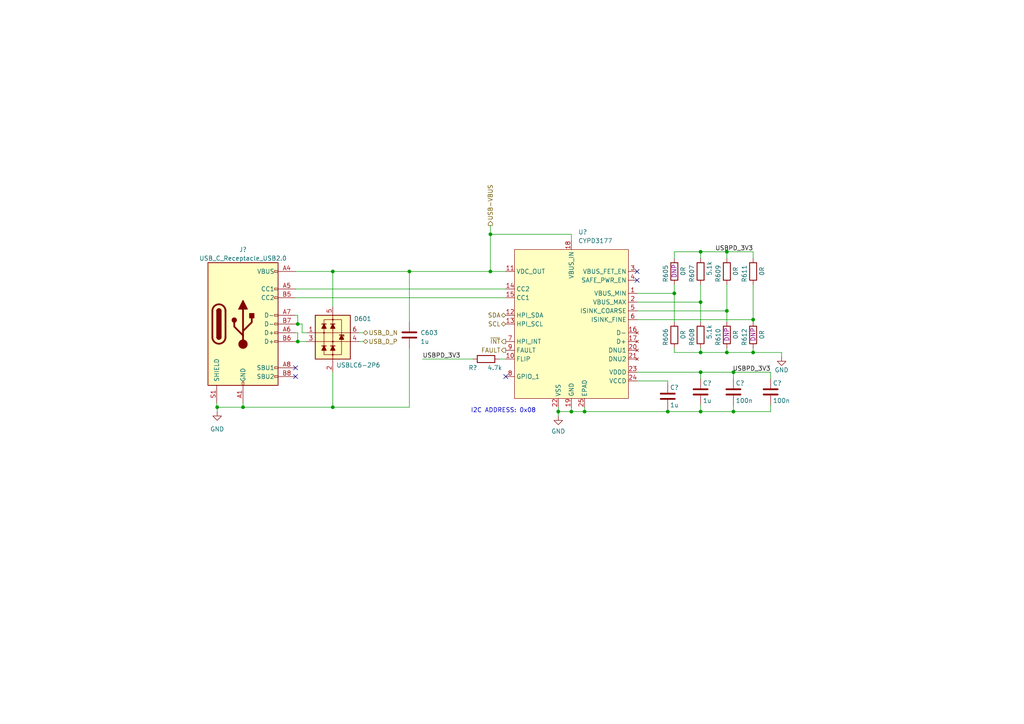
<source format=kicad_sch>
(kicad_sch (version 20230121) (generator eeschema)
  (paper "A4")
  (lib_symbols
    (symbol "Capstone:CYPD3177-24LQXQ"
      (property "Reference" "U" (at 26.67 29.21 0))
      (property "Value" "CYPD3177" (at 0 -7.62 0))
      (symbol "CYPD3177-24LQXQ_1_1"
        (rectangle (start 0 26.67) (end 33.02 -16.51) (fill (type background)))
        (pin input line (at 35.56 13.97 180) (length 2.54) (name "VBUS_MIN") (number "1"))
        (pin output line (at -2.54 -5.08 0) (length 2.54) (name "FLIP") (number "10"))
        (pin input line (at -2.54 20.32 0) (length 2.54) (name "VDC_OUT") (number "11"))
        (pin bidirectional line (at -2.54 7.62 0) (length 2.54) (name "HPI_SDA") (number "12"))
        (pin bidirectional line (at -2.54 5.08 0) (length 2.54) (name "HPI_SCL") (number "13"))
        (pin bidirectional line (at -2.54 15.24 0) (length 2.54) (name "CC2") (number "14"))
        (pin bidirectional line (at -2.54 12.7 0) (length 2.54) (name "CC1") (number "15"))
        (pin no_connect line (at 35.56 2.54 180) (length 2.54) (name "D-") (number "16"))
        (pin no_connect line (at 35.56 0 180) (length 2.54) (name "D+") (number "17"))
        (pin power_in line (at 16.51 29.21 270) (length 2.54) (name "VBUS_IN") (number "18"))
        (pin power_in line (at 16.51 -19.05 90) (length 2.54) (name "GND") (number "19"))
        (pin input line (at 35.56 11.43 180) (length 2.54) (name "VBUS_MAX") (number "2"))
        (pin no_connect line (at 35.56 -2.54 180) (length 2.54) (name "DNU1") (number "20"))
        (pin no_connect line (at 35.56 -5.08 180) (length 2.54) (name "DNU2") (number "21"))
        (pin power_in line (at 12.7 -19.05 90) (length 2.54) (name "VSS") (number "22"))
        (pin power_in line (at 35.56 -8.89 180) (length 2.54) (name "VDDD") (number "23"))
        (pin power_in line (at 35.56 -11.43 180) (length 2.54) (name "VCCD") (number "24"))
        (pin power_in line (at 20.32 -19.05 90) (length 2.54) (name "EPAD") (number "25"))
        (pin output line (at 35.56 20.32 180) (length 2.54) (name "VBUS_FET_EN") (number "3"))
        (pin output line (at 35.56 17.78 180) (length 2.54) (name "SAFE_PWR_EN") (number "4"))
        (pin input line (at 35.56 8.89 180) (length 2.54) (name "ISINK_COARSE") (number "5"))
        (pin input line (at 35.56 6.35 180) (length 2.54) (name "ISINK_FINE") (number "6"))
        (pin output line (at -2.54 0 0) (length 2.54) (name "HPI_INT") (number "7"))
        (pin input line (at -2.54 -10.16 0) (length 2.54) (name "GPIO_1") (number "8"))
        (pin output line (at -2.54 -2.54 0) (length 2.54) (name "FAULT") (number "9"))
      )
    )
    (symbol "Connector:USB_C_Receptacle_USB2.0" (pin_names (offset 1.016))
      (property "Reference" "J" (at -10.16 19.05 0))
      (property "Value" "USB_C_Receptacle_USB2.0" (at 19.05 19.05 0))
      (symbol "USB_C_Receptacle_USB2.0_0_0"
        (rectangle (start -0.254 -17.78) (end 0.254 -16.764))
        (rectangle (start 10.16 -14.986) (end 9.144 -15.494))
        (rectangle (start 10.16 -12.446) (end 9.144 -12.954))
        (rectangle (start 10.16 -4.826) (end 9.144 -5.334))
        (rectangle (start 10.16 -2.286) (end 9.144 -2.794))
        (rectangle (start 10.16 0.254) (end 9.144 -0.254))
        (rectangle (start 10.16 2.794) (end 9.144 2.286))
        (rectangle (start 10.16 7.874) (end 9.144 7.366))
        (rectangle (start 10.16 10.414) (end 9.144 9.906))
        (rectangle (start 10.16 15.494) (end 9.144 14.986))
      )
      (symbol "USB_C_Receptacle_USB2.0_0_1"
        (rectangle (start -10.16 17.78) (end 10.16 -17.78) (stroke (width 0.254)) (fill (type background)))
        (arc (start -8.89 -3.81) (mid -6.985 -5.7067) (end -5.08 -3.81) (stroke (width 0.508)))
        (arc (start -7.62 -3.81) (mid -6.985 -4.4423) (end -6.35 -3.81) (stroke (width 0.254)))
        (arc (start -7.62 -3.81) (mid -6.985 -4.4423) (end -6.35 -3.81) (stroke (width 0.254)) (fill (type outline)))
        (rectangle (start -7.62 -3.81) (end -6.35 3.81) (stroke (width 0.254)) (fill (type outline)))
        (arc (start -6.35 3.81) (mid -6.985 4.4423) (end -7.62 3.81) (stroke (width 0.254)))
        (arc (start -6.35 3.81) (mid -6.985 4.4423) (end -7.62 3.81) (stroke (width 0.254)) (fill (type outline)))
        (arc (start -5.08 3.81) (mid -6.985 5.7067) (end -8.89 3.81) (stroke (width 0.508)))
        (circle (center -2.54 1.143) (radius 0.635) (stroke (width 0.254)) (fill (type outline)))
        (circle (center 0 -5.842) (radius 1.27) (fill (type outline)))
        (polyline (pts (xy -8.89 -3.81) (xy -8.89 3.81)) (stroke (width 0.508)))
        (polyline (pts (xy -5.08 3.81) (xy -5.08 -3.81)) (stroke (width 0.508)))
        (polyline (pts (xy 0 -5.842) (xy 0 4.318)) (stroke (width 0.508)))
        (polyline (pts (xy 0 -3.302) (xy -2.54 -0.762) (xy -2.54 0.508)) (stroke (width 0.508)))
        (polyline (pts (xy 0 -2.032) (xy 2.54 0.508) (xy 2.54 1.778)) (stroke (width 0.508)))
        (polyline (pts (xy -1.27 4.318) (xy 0 6.858) (xy 1.27 4.318) (xy -1.27 4.318)) (stroke (width 0.254)) (fill (type outline)))
        (rectangle (start 1.905 1.778) (end 3.175 3.048) (stroke (width 0.254)) (fill (type outline)))
      )
      (symbol "USB_C_Receptacle_USB2.0_1_1"
        (pin passive line (at 0 -22.86 90) (length 5.08) (name "GND") (number "A1"))
        (pin passive line (at 0 -22.86 90) (length 5.08) hide (name "GND") (number "A12"))
        (pin passive line (at 15.24 15.24 180) (length 5.08) (name "VBUS") (number "A4"))
        (pin bidirectional line (at 15.24 10.16 180) (length 5.08) (name "CC1") (number "A5"))
        (pin bidirectional line (at 15.24 -2.54 180) (length 5.08) (name "D+") (number "A6"))
        (pin bidirectional line (at 15.24 2.54 180) (length 5.08) (name "D-") (number "A7"))
        (pin bidirectional line (at 15.24 -12.7 180) (length 5.08) (name "SBU1") (number "A8"))
        (pin passive line (at 15.24 15.24 180) (length 5.08) hide (name "VBUS") (number "A9"))
        (pin passive line (at 0 -22.86 90) (length 5.08) hide (name "GND") (number "B1"))
        (pin passive line (at 0 -22.86 90) (length 5.08) hide (name "GND") (number "B12"))
        (pin passive line (at 15.24 15.24 180) (length 5.08) hide (name "VBUS") (number "B4"))
        (pin bidirectional line (at 15.24 7.62 180) (length 5.08) (name "CC2") (number "B5"))
        (pin bidirectional line (at 15.24 -5.08 180) (length 5.08) (name "D+") (number "B6"))
        (pin bidirectional line (at 15.24 0 180) (length 5.08) (name "D-") (number "B7"))
        (pin bidirectional line (at 15.24 -15.24 180) (length 5.08) (name "SBU2") (number "B8"))
        (pin passive line (at 15.24 15.24 180) (length 5.08) hide (name "VBUS") (number "B9"))
        (pin passive line (at -7.62 -22.86 90) (length 5.08) (name "SHIELD") (number "S1"))
      )
    )
    (symbol "Device:C" (pin_numbers hide) (pin_names (offset 0.254))
      (property "Reference" "C" (at 0.635 2.54 0))
      (property "Value" "C" (at 0.635 -2.54 0))
      (symbol "C_0_1"
        (polyline (pts (xy -2.032 -0.762) (xy 2.032 -0.762)) (stroke (width 0.508)))
        (polyline (pts (xy -2.032 0.762) (xy 2.032 0.762)) (stroke (width 0.508)))
      )
      (symbol "C_1_1"
        (pin passive line (at 0 3.81 270) (length 2.794) (name "~") (number "1"))
        (pin passive line (at 0 -3.81 90) (length 2.794) (name "~") (number "2"))
      )
    )
    (symbol "Device:R" (pin_numbers hide) (pin_names (offset 0))
      (property "Reference" "R" (at 2.032 0 90))
      (property "Value" "R" (at 0 0 90))
      (symbol "R_0_1"
        (rectangle (start -1.016 -2.54) (end 1.016 2.54) (stroke (width 0.254)))
      )
      (symbol "R_1_1"
        (pin passive line (at 0 3.81 270) (length 1.27) (name "~") (number "1"))
        (pin passive line (at 0 -3.81 90) (length 1.27) (name "~") (number "2"))
      )
    )
    (symbol "PCM_Diode_TVS_AKL:USBLC6-2P6" (pin_names (offset 1.016) hide)
      (property "Reference" "D" (at 6.35 6.35 0))
      (property "Value" "USBLC6-2P6" (at 6.35 3.81 0))
      (symbol "USBLC6-2P6_0_1"
        (rectangle (start -5.08 5.08) (end 5.08 -7.62) (stroke (width 0.254)) (fill (type background)))
        (polyline (pts (xy -5.08 -2.54) (xy 5.08 -2.54)))
        (polyline (pts (xy -5.08 0) (xy 5.08 0)))
        (polyline (pts (xy -2.54 -6.35) (xy -2.54 1.27)))
        (polyline (pts (xy -1.905 -3.81) (xy -3.175 -3.81)) (stroke (width 0.254)))
        (polyline (pts (xy -1.905 2.54) (xy -3.175 2.54)) (stroke (width 0.254)))
        (polyline (pts (xy 0 -8.89) (xy 0 -7.62)))
        (polyline (pts (xy 0 -7.62) (xy 0 -6.35)))
        (polyline (pts (xy 0 -1.27) (xy 0 1.27)))
        (polyline (pts (xy 0 1.27) (xy 0 -3.81)))
        (polyline (pts (xy 0 2.54) (xy 0 3.81)))
        (polyline (pts (xy 0 5.08) (xy 0 3.81)))
        (polyline (pts (xy 0.635 -3.81) (xy -0.635 -3.81)) (stroke (width 0.254)))
        (polyline (pts (xy 0.635 2.54) (xy -0.635 2.54)) (stroke (width 0.254)))
        (polyline (pts (xy 3.175 -0.635) (xy 1.905 -0.635)) (stroke (width 0.254)))
        (polyline (pts (xy -2.54 -6.35) (xy -2.54 -6.35) (xy 2.54 -6.35) (xy 2.54 -3.175)))
        (polyline (pts (xy -2.54 -3.81) (xy -1.905 -5.08) (xy -3.175 -5.08) (xy -2.54 -3.81)) (stroke (width 0.254)) (fill (type outline)))
        (polyline (pts (xy -2.54 2.54) (xy -1.905 1.27) (xy -3.175 1.27) (xy -2.54 2.54)) (stroke (width 0.254)) (fill (type outline)))
        (polyline (pts (xy 0 -3.81) (xy 0.635 -5.08) (xy -0.635 -5.08) (xy 0 -3.81)) (stroke (width 0.254)) (fill (type outline)))
        (polyline (pts (xy 0 2.54) (xy 0.635 1.27) (xy -0.635 1.27) (xy 0 2.54)) (stroke (width 0.254)) (fill (type outline)))
        (polyline (pts (xy 2.54 -0.635) (xy 2.54 3.81) (xy -2.54 3.81) (xy -2.54 2.54)))
        (polyline (pts (xy 2.54 -0.635) (xy 3.175 -1.905) (xy 1.905 -1.905) (xy 2.54 -0.635)) (stroke (width 0.254)) (fill (type outline)))
      )
      (symbol "USBLC6-2P6_1_1"
        (circle (center -2.54 0) (radius 0.1778) (fill (type outline)))
        (circle (center 0 -6.35) (radius 0.1778) (fill (type outline)))
        (circle (center 0 -2.54) (radius 0.1778) (fill (type outline)))
        (polyline (pts (xy 0 -6.35) (xy 0 -3.81)))
        (polyline (pts (xy 0 0) (xy 0 2.54)))
        (polyline (pts (xy 2.54 -3.175) (xy 2.54 -0.635)))
        (polyline (pts (xy 3.175 -0.635) (xy 3.175 -1.016)) (stroke (width 0.254)))
        (circle (center 0 3.81) (radius 0.1778) (fill (type outline)))
        (pin passive line (at -7.62 0 0) (length 2.54) (name "L1") (number "1"))
        (pin passive line (at 0 -11.43 90) (length 2.54) (name "VN") (number "2"))
        (pin passive line (at -7.62 -2.54 0) (length 2.54) (name "L2") (number "3"))
        (pin passive line (at 7.62 -2.54 180) (length 2.54) (name "L2") (number "4"))
        (pin passive line (at 0 7.62 270) (length 2.54) (name "VP") (number "5"))
        (pin passive line (at 7.62 0 180) (length 2.54) (name "L1") (number "6"))
      )
    )
    (symbol "power:GND" (power) (pin_names (offset 0))
      (property "Value" "GND" (at 0 -3.81 0))
      (symbol "GND_0_1"
        (polyline (pts (xy 0 0) (xy 0 -1.27) (xy 1.27 -1.27) (xy 0 -2.54) (xy -1.27 -1.27) (xy 0 -1.27)))
      )
      (symbol "GND_1_1"
        (pin power_in line (at 0 0 270) (length 0) hide (name "GND") (number "1"))
      )
    )
  )
  (junction (at 62.992 118.11))
  (junction (at 165.735 119.38))
  (junction (at 218.44 102.235))
  (junction (at 96.52 78.74))
  (junction (at 210.82 90.17))
  (junction (at 142.24 67.945))
  (junction (at 203.2 102.235))
  (junction (at 86.36 99.06))
  (junction (at 203.2 87.63))
  (junction (at 218.44 92.71))
  (junction (at 96.52 118.11))
  (junction (at 86.36 93.98))
  (junction (at 193.675 119.38))
  (junction (at 169.545 119.38))
  (junction (at 203.2 73.025))
  (junction (at 161.925 119.38))
  (junction (at 142.24 78.74))
  (junction (at 70.485 118.11))
  (junction (at 118.745 78.74))
  (junction (at 203.2 107.95))
  (junction (at 212.725 107.95))
  (junction (at 195.58 85.09))
  (junction (at 212.725 119.38))
  (junction (at 210.82 102.235))
  (junction (at 203.2 119.38))
  (junction (at 210.82 73.025))
  (no_connect (at 85.725 106.68))
  (no_connect (at 146.685 109.22))
  (no_connect (at 85.725 109.22))
  (no_connect (at 184.785 81.28))
  (no_connect (at 184.785 78.74))
  (wire (pts (xy 218.44 93.345) (xy 218.44 92.71)))
  (wire (pts (xy 195.58 74.93) (xy 195.58 73.025)))
  (wire (pts (xy 62.992 118.11) (xy 62.992 119.38)))
  (wire (pts (xy 161.925 118.11) (xy 161.925 119.38)))
  (wire (pts (xy 96.52 107.95) (xy 96.52 118.11)))
  (wire (pts (xy 184.785 107.95) (xy 203.2 107.95)))
  (wire (pts (xy 85.725 91.44) (xy 86.36 91.44)))
  (wire (pts (xy 203.2 119.38) (xy 203.2 117.475)))
  (wire (pts (xy 161.925 119.38) (xy 161.925 120.65)))
  (wire (pts (xy 218.44 82.55) (xy 218.44 92.71)))
  (wire (pts (xy 85.725 96.52) (xy 86.36 96.52)))
  (wire (pts (xy 86.36 93.98) (xy 87.63 93.98)))
  (wire (pts (xy 104.14 96.52) (xy 105.41 96.52)))
  (wire (pts (xy 142.24 67.945) (xy 165.735 67.945)))
  (wire (pts (xy 85.725 99.06) (xy 86.36 99.06)))
  (wire (pts (xy 96.52 78.74) (xy 96.52 88.9)))
  (wire (pts (xy 184.785 90.17) (xy 210.82 90.17)))
  (wire (pts (xy 85.725 83.82) (xy 146.685 83.82)))
  (wire (pts (xy 195.58 100.965) (xy 195.58 102.235)))
  (wire (pts (xy 96.52 78.74) (xy 118.745 78.74)))
  (wire (pts (xy 62.865 118.11) (xy 62.992 118.11)))
  (wire (pts (xy 218.44 102.235) (xy 226.695 102.235)))
  (wire (pts (xy 203.2 107.95) (xy 203.2 109.855)))
  (wire (pts (xy 195.58 85.09) (xy 195.58 82.55)))
  (wire (pts (xy 203.2 100.965) (xy 203.2 102.235)))
  (wire (pts (xy 223.52 119.38) (xy 223.52 117.475)))
  (wire (pts (xy 169.545 119.38) (xy 169.545 118.11)))
  (wire (pts (xy 195.58 73.025) (xy 203.2 73.025)))
  (wire (pts (xy 85.725 86.36) (xy 146.685 86.36)))
  (wire (pts (xy 144.78 104.14) (xy 146.685 104.14)))
  (wire (pts (xy 218.44 73.025) (xy 218.44 74.93)))
  (wire (pts (xy 210.82 90.17) (xy 210.82 93.345)))
  (wire (pts (xy 212.725 107.95) (xy 223.52 107.95)))
  (wire (pts (xy 62.992 118.11) (xy 70.485 118.11)))
  (wire (pts (xy 212.725 107.95) (xy 212.725 109.855)))
  (wire (pts (xy 165.735 118.11) (xy 165.735 119.38)))
  (wire (pts (xy 218.44 100.965) (xy 218.44 102.235)))
  (wire (pts (xy 203.2 102.235) (xy 210.82 102.235)))
  (wire (pts (xy 142.24 67.945) (xy 142.24 78.74)))
  (wire (pts (xy 118.745 78.74) (xy 118.745 93.345)))
  (wire (pts (xy 118.745 78.74) (xy 142.24 78.74)))
  (wire (pts (xy 203.2 82.55) (xy 203.2 87.63)))
  (wire (pts (xy 165.735 67.945) (xy 165.735 69.85)))
  (wire (pts (xy 184.785 87.63) (xy 203.2 87.63)))
  (wire (pts (xy 203.2 73.025) (xy 203.2 74.93)))
  (wire (pts (xy 87.63 96.52) (xy 88.9 96.52)))
  (wire (pts (xy 142.24 78.74) (xy 146.685 78.74)))
  (wire (pts (xy 169.545 119.38) (xy 193.675 119.38)))
  (wire (pts (xy 203.2 87.63) (xy 203.2 93.345)))
  (wire (pts (xy 118.745 118.11) (xy 96.52 118.11)))
  (wire (pts (xy 193.675 118.745) (xy 193.675 119.38)))
  (wire (pts (xy 85.725 93.98) (xy 86.36 93.98)))
  (wire (pts (xy 195.58 102.235) (xy 203.2 102.235)))
  (wire (pts (xy 118.745 100.965) (xy 118.745 118.11)))
  (wire (pts (xy 184.785 85.09) (xy 195.58 85.09)))
  (wire (pts (xy 203.2 107.95) (xy 212.725 107.95)))
  (wire (pts (xy 210.82 73.025) (xy 210.82 74.93)))
  (wire (pts (xy 70.485 118.11) (xy 96.52 118.11)))
  (wire (pts (xy 62.865 116.84) (xy 62.865 118.11)))
  (wire (pts (xy 193.675 110.49) (xy 193.675 111.125)))
  (wire (pts (xy 165.735 119.38) (xy 169.545 119.38)))
  (wire (pts (xy 104.14 99.06) (xy 105.41 99.06)))
  (wire (pts (xy 203.2 73.025) (xy 210.82 73.025)))
  (wire (pts (xy 193.675 119.38) (xy 203.2 119.38)))
  (wire (pts (xy 184.785 110.49) (xy 193.675 110.49)))
  (wire (pts (xy 85.725 78.74) (xy 96.52 78.74)))
  (wire (pts (xy 226.695 102.235) (xy 226.695 103.505)))
  (wire (pts (xy 210.82 102.235) (xy 218.44 102.235)))
  (wire (pts (xy 87.63 93.98) (xy 87.63 96.52)))
  (wire (pts (xy 122.555 104.14) (xy 137.16 104.14)))
  (wire (pts (xy 161.925 119.38) (xy 165.735 119.38)))
  (wire (pts (xy 70.485 118.11) (xy 70.485 116.84)))
  (wire (pts (xy 210.82 73.025) (xy 218.44 73.025)))
  (wire (pts (xy 86.36 96.52) (xy 86.36 99.06)))
  (wire (pts (xy 86.36 91.44) (xy 86.36 93.98)))
  (wire (pts (xy 184.785 92.71) (xy 218.44 92.71)))
  (wire (pts (xy 212.725 119.38) (xy 223.52 119.38)))
  (wire (pts (xy 223.52 107.95) (xy 223.52 109.855)))
  (wire (pts (xy 203.2 119.38) (xy 212.725 119.38)))
  (wire (pts (xy 210.82 82.55) (xy 210.82 90.17)))
  (wire (pts (xy 195.58 85.09) (xy 195.58 93.345)))
  (wire (pts (xy 142.24 65.405) (xy 142.24 67.945)))
  (wire (pts (xy 212.725 119.38) (xy 212.725 117.475)))
  (wire (pts (xy 210.82 100.965) (xy 210.82 102.235)))
  (wire (pts (xy 86.36 99.06) (xy 88.9 99.06)))
  (text "I2C ADDRESS: 0x08\n\n" (at 136.525 121.92 0) (effects (font (size 1.27 1.27)) (justify left bottom)))
  (label "USBPD_3V3" (at 223.52 107.95 180))
  (label "USBPD_3V3" (at 218.44 73.025 180))
  (label "USBPD_3V3" (at 122.555 104.14 0))
  (hierarchical_label "USB_D_P" (shape bidirectional) (at 105.41 99.06 0))
  (hierarchical_label "~{INT}" (shape output) (at 146.685 99.06 180))
  (hierarchical_label "USB_D_N" (shape bidirectional) (at 105.41 96.52 0))
  (hierarchical_label "SDA" (shape bidirectional) (at 146.685 91.44 180))
  (hierarchical_label "USB-VBUS" (shape output) (at 142.24 65.405 90))
  (hierarchical_label "FAULT" (shape output) (at 146.685 101.6 180))
  (hierarchical_label "SCL" (shape bidirectional) (at 146.685 93.98 180))
  (symbol (lib_id "Device:R") (at 210.82 97.155 0) (unit 1)
    (property "Reference" "R610" (at 208.28 100.33 90) (effects (justify left)))
    (property "Value" "0R" (at 213.36 98.425 90) (effects (justify left)))
    (property "Footprint" "Resistor_SMD:R_0201_0603Metric" (effects hide))
    (property "DNP" "DNP" (at 210.82 99.06 90) (effects (justify left)))
  )
  (symbol (lib_id "Device:C") (at 203.2 113.665 0) (unit 1)
    (property "Reference" "C?" (at 203.835 111.125 0) (effects (justify left)))
    (property "Value" "1u" (at 203.835 116.205 0) (effects (justify left)))
    (property "Footprint" "Capacitor_SMD:C_0402_1005Metric" (effects hide))
    (instances (project "low-power" (path "" (reference "C?") (unit 1)) (path "" (reference "C605") (unit 1))))
  )
  (symbol (lib_id "Capstone:CYPD3177-24LQXQ") (at 149.225 99.06 0) (unit 1)
    (property "Reference" "U?" (at 167.6909 67.31 0) (effects (justify left)))
    (property "Value" "CYPD3177" (at 167.6909 69.85 0) (effects (justify left)))
    (property "Footprint" "Package_DFN_QFN:QFN-24-1EP_4x4mm_P0.5mm_EP2.7x2.7mm" (effects hide))
    (instances (project "low-power" (path "" (reference "U?") (unit 1)) (path "" (reference "U603") (unit 1))))
  )
  (symbol (lib_id "Device:R") (at 203.2 97.155 0) (unit 1)
    (property "Reference" "R608" (at 200.66 100.33 90) (effects (justify left)))
    (property "Value" "5.1k" (at 205.74 98.425 90) (effects (justify left)))
    (property "Footprint" "Resistor_SMD:R_0201_0603Metric" (effects hide))
  )
  (symbol (lib_id "Device:R") (at 210.82 78.74 0) (unit 1)
    (property "Reference" "R609" (at 208.28 81.915 90) (effects (justify left)))
    (property "Value" "0R" (at 213.36 80.01 90) (effects (justify left)))
    (property "Footprint" "Resistor_SMD:R_0201_0603Metric" (effects hide))
  )
  (symbol (lib_id "Device:R") (at 140.97 104.14 270) (unit 1)
    (property "Reference" "R?" (at 137.16 106.68 90))
    (property "Value" "4.7k" (at 143.51 106.68 90))
    (property "Footprint" "Resistor_SMD:R_0201_0603Metric" (effects hide))
    (instances (project "low-power" (path "" (reference "R?") (unit 1)) (path "" (reference "R604") (unit 1))))
  )
  (symbol (lib_id "Device:R") (at 195.58 97.155 0) (unit 1)
    (property "Reference" "R606" (at 193.04 100.33 90) (effects (justify left)))
    (property "Value" "0R" (at 198.12 98.425 90) (effects (justify left)))
    (property "Footprint" "Resistor_SMD:R_0201_0603Metric" (effects hide))
  )
  (symbol (lib_id "Device:R") (at 218.44 78.74 0) (unit 1)
    (property "Reference" "R611" (at 215.9 81.915 90) (effects (justify left)))
    (property "Value" "0R" (at 220.98 80.01 90) (effects (justify left)))
    (property "Footprint" "Resistor_SMD:R_0201_0603Metric" (effects hide))
  )
  (symbol (lib_id "power:GND") (at 226.695 103.505 0) (unit 1)
    (property "Reference" "#PWR?" (effects hide))
    (property "Value" "GND" (at 226.695 107.315 0))
    (instances (project "low-power" (path "" (reference "#PWR?") (unit 1)) (path "" (reference "#PWR0610") (unit 1))))
  )
  (symbol (lib_id "Device:C") (at 193.675 114.935 0) (unit 1)
    (property "Reference" "C?" (at 194.31 112.395 0) (effects (justify left)))
    (property "Value" "1u" (at 194.31 117.475 0) (effects (justify left)))
    (property "Footprint" "Capacitor_SMD:C_0402_1005Metric" (effects hide))
    (instances (project "low-power" (path "" (reference "C?") (unit 1)) (path "" (reference "C604") (unit 1))))
  )
  (symbol (lib_id "power:GND") (at 62.992 119.38 0) (unit 1)
    (property "Reference" "#PWR?" (effects hide))
    (property "Value" "GND" (at 62.992 124.46 0))
    (instances (project "low-power" (path "" (reference "#PWR?") (unit 1)) (path "" (reference "#PWR0608") (unit 1))))
  )
  (symbol (lib_id "Device:R") (at 218.44 97.155 0) (unit 1)
    (property "Reference" "R612" (at 215.9 100.33 90) (effects (justify left)))
    (property "Value" "0R" (at 220.98 98.425 90) (effects (justify left)))
    (property "Footprint" "Resistor_SMD:R_0201_0603Metric" (effects hide))
    (property "DNP" "DNP" (at 218.44 99.06 90) (effects (justify left)))
  )
  (symbol (lib_id "Device:C") (at 223.52 113.665 0) (unit 1)
    (property "Reference" "C?" (at 224.155 111.125 0) (effects (justify left)))
    (property "Value" "100n" (at 224.155 116.205 0) (effects (justify left)))
    (property "Footprint" "Capacitor_SMD:C_0201_0603Metric" (effects hide))
    (instances (project "low-power" (path "" (reference "C?") (unit 1)) (path "" (reference "C607") (unit 1))))
  )
  (symbol (lib_id "Device:R") (at 203.2 78.74 0) (unit 1)
    (property "Reference" "R607" (at 200.66 81.915 90) (effects (justify left)))
    (property "Value" "5.1k" (at 205.74 80.01 90) (effects (justify left)))
    (property "Footprint" "Resistor_SMD:R_0201_0603Metric" (effects hide))
  )
  (symbol (lib_id "Device:C") (at 118.745 97.155 0) (unit 1)
    (property "Reference" "C603" (at 121.92 96.52 0) (effects (justify left)))
    (property "Value" "1u" (at 121.92 99.06 0) (effects (justify left)))
    (property "Footprint" "Capacitor_SMD:C_0603_1608Metric" (effects hide))
  )
  (symbol (lib_id "power:GND") (at 161.925 120.65 0) (unit 1)
    (property "Reference" "#PWR?" (effects hide))
    (property "Value" "GND" (at 161.925 125.095 0))
    (instances (project "low-power" (path "" (reference "#PWR?") (unit 1)) (path "" (reference "#PWR0609") (unit 1))))
  )
  (symbol (lib_id "Connector:USB_C_Receptacle_USB2.0") (at 70.485 93.98 0) (unit 1)
    (property "Reference" "J?" (at 70.485 72.39 0))
    (property "Value" "USB_C_Receptacle_USB2.0" (at 70.485 74.93 0))
    (property "Footprint" "Connector_USB:USB_C_Receptacle_G-Switch_GT-USB-7010ASV" (effects hide))
    (property "Datasheet" "https://www.usb.org/sites/default/files/documents/usb_type-c.zip" (effects hide))
    (instances (project "low-power" (path "" (reference "J?") (unit 1)) (path "" (reference "J601") (unit 1))))
  )
  (symbol (lib_id "Device:C") (at 212.725 113.665 0) (unit 1)
    (property "Reference" "C?" (at 213.36 111.125 0) (effects (justify left)))
    (property "Value" "100n" (at 213.36 116.205 0) (effects (justify left)))
    (property "Footprint" "Capacitor_SMD:C_0201_0603Metric" (effects hide))
    (instances (project "low-power" (path "" (reference "C?") (unit 1)) (path "" (reference "C606") (unit 1))))
  )
  (symbol (lib_id "PCM_Diode_TVS_AKL:USBLC6-2P6") (at 96.52 96.52 0) (unit 1)
    (property "Reference" "D601" (at 102.616 92.456 0) (effects (justify left)))
    (property "Value" "USBLC6-2P6" (at 97.536 105.918 0) (effects (justify left)))
    (property "Footprint" "capstone:SOT50P160X60-6N" (effects hide))
    (property "Datasheet" "https://www.tme.eu/Document/db59d28d28a96c34f26d05f234ff409c/USBLC6-2.pdf" (effects hide))
  )
  (symbol (lib_id "Device:R") (at 195.58 78.74 0) (unit 1)
    (property "Reference" "R605" (at 193.04 81.915 90) (effects (justify left)))
    (property "Value" "0R" (at 198.12 80.01 90) (effects (justify left)))
    (property "Footprint" "Resistor_SMD:R_0201_0603Metric" (effects hide))
    (property "DNP" "DNP" (at 195.58 80.645 90) (effects (justify left)))
  )
)
</source>
